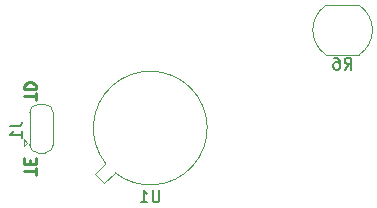
<source format=gbo>
G04 #@! TF.GenerationSoftware,KiCad,Pcbnew,5.0.2-bee76a0~70~ubuntu18.04.1*
G04 #@! TF.CreationDate,2020-01-23T08:49:23+05:30*
G04 #@! TF.ProjectId,pir_v1_0,7069725f-7631-45f3-902e-6b696361645f,rev?*
G04 #@! TF.SameCoordinates,Original*
G04 #@! TF.FileFunction,Legend,Bot*
G04 #@! TF.FilePolarity,Positive*
%FSLAX46Y46*%
G04 Gerber Fmt 4.6, Leading zero omitted, Abs format (unit mm)*
G04 Created by KiCad (PCBNEW 5.0.2-bee76a0~70~ubuntu18.04.1) date Thu Jan 23 08:49:23 2020*
%MOMM*%
%LPD*%
G01*
G04 APERTURE LIST*
%ADD10C,0.250000*%
%ADD11C,0.120000*%
%ADD12C,0.150000*%
G04 APERTURE END LIST*
D10*
X77647619Y-66363095D02*
X77647619Y-65791666D01*
X76647619Y-66077380D02*
X77647619Y-66077380D01*
X77171428Y-65458333D02*
X77171428Y-65125000D01*
X76647619Y-64982142D02*
X76647619Y-65458333D01*
X77647619Y-65458333D01*
X77647619Y-64982142D01*
X77697619Y-60035714D02*
X77697619Y-59464285D01*
X76697619Y-59750000D02*
X77697619Y-59750000D01*
X76697619Y-59130952D02*
X77697619Y-59130952D01*
X77697619Y-58892857D01*
X77650000Y-58750000D01*
X77554761Y-58654761D01*
X77459523Y-58607142D01*
X77269047Y-58559523D01*
X77126190Y-58559523D01*
X76935714Y-58607142D01*
X76840476Y-58654761D01*
X76745238Y-58750000D01*
X76697619Y-58892857D01*
X76697619Y-59130952D01*
D11*
G04 #@! TO.C,R6*
X102250000Y-52025000D02*
X105050000Y-52025000D01*
X102250000Y-56225000D02*
X105050000Y-56225000D01*
X105036037Y-52015758D02*
G75*
G02X105050000Y-56225000I-1386037J-2109242D01*
G01*
X102263963Y-56234242D02*
G75*
G02X102250000Y-52025000I1386037J2109242D01*
G01*
G04 #@! TO.C,U1*
X84367916Y-66199902D02*
X83476961Y-67090856D01*
X83476961Y-67090856D02*
X82699144Y-66313039D01*
X82699144Y-66313039D02*
X83590098Y-65422084D01*
X83590326Y-65422371D02*
G75*
G02X84367916Y-66199902I3774674J2997371D01*
G01*
G04 #@! TO.C,J1*
X76950000Y-63675000D02*
X76650000Y-63375000D01*
X76650000Y-63975000D02*
X76650000Y-63375000D01*
X76950000Y-63675000D02*
X76650000Y-63975000D01*
X77850000Y-64525000D02*
X78450000Y-64525000D01*
X77150000Y-61075000D02*
X77150000Y-63875000D01*
X78450000Y-60425000D02*
X77850000Y-60425000D01*
X79150000Y-63875000D02*
X79150000Y-61075000D01*
X79150000Y-61125000D02*
G75*
G03X78450000Y-60425000I-700000J0D01*
G01*
X77850000Y-60425000D02*
G75*
G03X77150000Y-61125000I0J-700000D01*
G01*
X77150000Y-63825000D02*
G75*
G03X77850000Y-64525000I700000J0D01*
G01*
X78450000Y-64525000D02*
G75*
G03X79150000Y-63825000I0J700000D01*
G01*
G04 #@! TO.C,R6*
D12*
X103816666Y-57477380D02*
X104150000Y-57001190D01*
X104388095Y-57477380D02*
X104388095Y-56477380D01*
X104007142Y-56477380D01*
X103911904Y-56525000D01*
X103864285Y-56572619D01*
X103816666Y-56667857D01*
X103816666Y-56810714D01*
X103864285Y-56905952D01*
X103911904Y-56953571D01*
X104007142Y-57001190D01*
X104388095Y-57001190D01*
X102959523Y-56477380D02*
X103150000Y-56477380D01*
X103245238Y-56525000D01*
X103292857Y-56572619D01*
X103388095Y-56715476D01*
X103435714Y-56905952D01*
X103435714Y-57286904D01*
X103388095Y-57382142D01*
X103340476Y-57429761D01*
X103245238Y-57477380D01*
X103054761Y-57477380D01*
X102959523Y-57429761D01*
X102911904Y-57382142D01*
X102864285Y-57286904D01*
X102864285Y-57048809D01*
X102911904Y-56953571D01*
X102959523Y-56905952D01*
X103054761Y-56858333D01*
X103245238Y-56858333D01*
X103340476Y-56905952D01*
X103388095Y-56953571D01*
X103435714Y-57048809D01*
G04 #@! TO.C,U1*
X88126904Y-67697380D02*
X88126904Y-68506904D01*
X88079285Y-68602142D01*
X88031666Y-68649761D01*
X87936428Y-68697380D01*
X87745952Y-68697380D01*
X87650714Y-68649761D01*
X87603095Y-68602142D01*
X87555476Y-68506904D01*
X87555476Y-67697380D01*
X86555476Y-68697380D02*
X87126904Y-68697380D01*
X86841190Y-68697380D02*
X86841190Y-67697380D01*
X86936428Y-67840238D01*
X87031666Y-67935476D01*
X87126904Y-67983095D01*
G04 #@! TO.C,J1*
X75477380Y-62266666D02*
X76191666Y-62266666D01*
X76334523Y-62219047D01*
X76429761Y-62123809D01*
X76477380Y-61980952D01*
X76477380Y-61885714D01*
X76477380Y-63266666D02*
X76477380Y-62695238D01*
X76477380Y-62980952D02*
X75477380Y-62980952D01*
X75620238Y-62885714D01*
X75715476Y-62790476D01*
X75763095Y-62695238D01*
G04 #@! TD*
M02*

</source>
